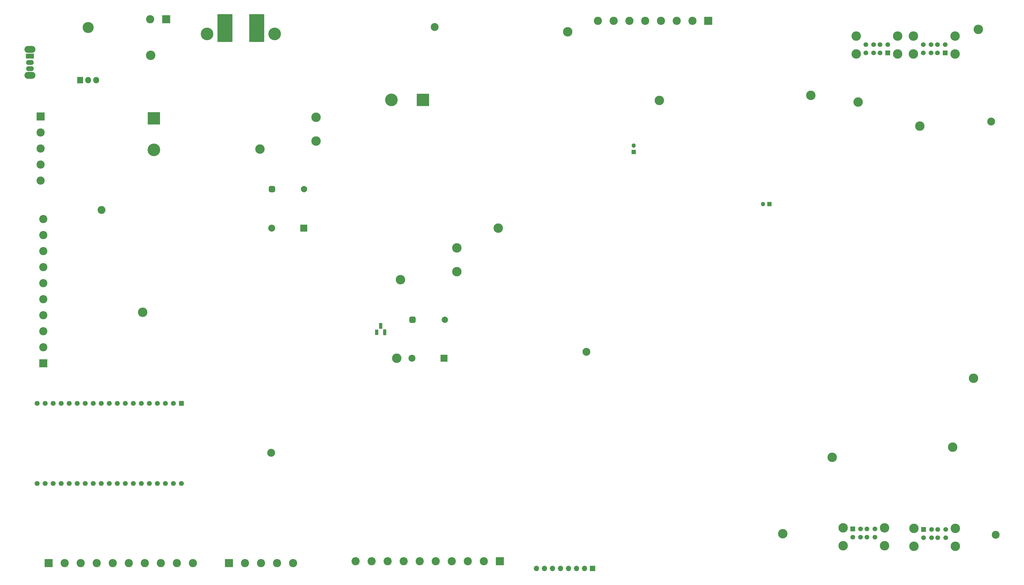
<source format=gbs>
%TF.GenerationSoftware,KiCad,Pcbnew,7.0.1*%
%TF.CreationDate,2023-06-03T21:24:41-06:00*%
%TF.ProjectId,augertapowermanagement,61756765-7274-4617-906f-7765726d616e,rev?*%
%TF.SameCoordinates,Original*%
%TF.FileFunction,Soldermask,Bot*%
%TF.FilePolarity,Negative*%
%FSLAX46Y46*%
G04 Gerber Fmt 4.6, Leading zero omitted, Abs format (unit mm)*
G04 Created by KiCad (PCBNEW 7.0.1) date 2023-06-03 21:24:41*
%MOMM*%
%LPD*%
G01*
G04 APERTURE LIST*
G04 Aperture macros list*
%AMRoundRect*
0 Rectangle with rounded corners*
0 $1 Rounding radius*
0 $2 $3 $4 $5 $6 $7 $8 $9 X,Y pos of 4 corners*
0 Add a 4 corners polygon primitive as box body*
4,1,4,$2,$3,$4,$5,$6,$7,$8,$9,$2,$3,0*
0 Add four circle primitives for the rounded corners*
1,1,$1+$1,$2,$3*
1,1,$1+$1,$4,$5*
1,1,$1+$1,$6,$7*
1,1,$1+$1,$8,$9*
0 Add four rect primitives between the rounded corners*
20,1,$1+$1,$2,$3,$4,$5,0*
20,1,$1+$1,$4,$5,$6,$7,0*
20,1,$1+$1,$6,$7,$8,$9,0*
20,1,$1+$1,$8,$9,$2,$3,0*%
G04 Aperture macros list end*
%ADD10R,1.500000X1.500000*%
%ADD11C,1.500000*%
%ADD12C,3.000000*%
%ADD13R,2.600000X2.600000*%
%ADD14C,2.600000*%
%ADD15C,2.500000*%
%ADD16R,1.700000X1.700000*%
%ADD17O,1.700000X1.700000*%
%ADD18R,4.000000X4.000000*%
%ADD19C,4.000000*%
%ADD20RoundRect,0.500000X-0.500000X0.500000X-0.500000X-0.500000X0.500000X-0.500000X0.500000X0.500000X0*%
%ADD21C,2.000000*%
%ADD22RoundRect,0.150000X-0.150000X0.150000X-0.150000X-0.150000X0.150000X-0.150000X0.150000X0.150000X0*%
%ADD23R,4.800000X4.500000*%
%ADD24C,0.600000*%
%ADD25R,2.200000X2.200000*%
%ADD26O,2.200000X2.200000*%
%ADD27R,1.100000X1.800000*%
%ADD28RoundRect,0.275000X-0.275000X-0.625000X0.275000X-0.625000X0.275000X0.625000X-0.275000X0.625000X0*%
%ADD29R,1.560000X1.560000*%
%ADD30C,1.560000*%
%ADD31R,1.350000X1.350000*%
%ADD32O,1.350000X1.350000*%
%ADD33O,3.500000X2.200000*%
%ADD34O,2.500000X1.500000*%
%ADD35R,2.500000X1.500000*%
%ADD36O,3.500000X3.500000*%
%ADD37R,1.905000X2.000000*%
%ADD38O,1.905000X2.000000*%
G04 APERTURE END LIST*
D10*
%TO.C,J12*%
X323635000Y-55230000D03*
D11*
X321135000Y-55230000D03*
X319135000Y-55230000D03*
X316635000Y-55230000D03*
X323635000Y-52610000D03*
X321135000Y-52610000D03*
X319135000Y-52610000D03*
X316635000Y-52610000D03*
D12*
X326705000Y-55580000D03*
X326705000Y-49900000D03*
X313565000Y-55580000D03*
X313565000Y-49900000D03*
%TD*%
%TO.C,TP9*%
X222125000Y-48550000D03*
%TD*%
D13*
%TO.C,J1*%
X114840000Y-216935000D03*
D14*
X119920000Y-216935000D03*
X125000000Y-216935000D03*
X130080000Y-216935000D03*
X135160000Y-216935000D03*
%TD*%
D15*
%TO.C,H5*%
X356400000Y-77000000D03*
%TD*%
D16*
%TO.C,U2*%
X230075000Y-218625000D03*
D17*
X227535000Y-218625000D03*
X224995000Y-218625000D03*
X222455000Y-218625000D03*
X219915000Y-218625000D03*
X217375000Y-218625000D03*
X214835000Y-218625000D03*
X212295000Y-218625000D03*
%TD*%
D18*
%TO.C,C3*%
X176300000Y-70140000D03*
D19*
X166300000Y-70140000D03*
%TD*%
D12*
%TO.C,K1*%
X124600000Y-85740000D03*
X142400000Y-75600000D03*
X142400000Y-83200000D03*
D20*
X128400000Y-98400000D03*
D21*
X138600000Y-98400000D03*
%TD*%
D12*
%TO.C,TP2*%
X87450000Y-137460000D03*
%TD*%
D15*
%TO.C,H1*%
X74400000Y-105000000D03*
%TD*%
D12*
%TO.C,TP8*%
X251242500Y-70340000D03*
%TD*%
D19*
%TO.C,J4*%
X129305000Y-49192500D03*
X107845000Y-49192500D03*
D22*
X125525000Y-43342500D03*
X123575000Y-43342500D03*
X121625000Y-43342500D03*
D23*
X123575000Y-45142500D03*
D22*
X125525000Y-45342500D03*
X121625000Y-45342500D03*
X125525000Y-47342500D03*
X123575000Y-47342500D03*
X121625000Y-47342500D03*
X125525000Y-49342500D03*
X121625000Y-49342500D03*
D23*
X123575000Y-49542500D03*
D22*
X125525000Y-51342500D03*
X123575000Y-51342500D03*
X121625000Y-51342500D03*
D24*
X115525000Y-43342500D03*
X113575000Y-43342500D03*
X111625000Y-43342500D03*
D23*
X113575000Y-45142500D03*
D24*
X115525000Y-45342500D03*
X111625000Y-45342500D03*
X115525000Y-47342500D03*
X113575000Y-47342500D03*
X111625000Y-47342500D03*
X115525000Y-49342500D03*
X111625000Y-49342500D03*
D23*
X113575000Y-49542500D03*
D24*
X115525000Y-51342500D03*
X113575000Y-51342500D03*
X111625000Y-51342500D03*
%TD*%
D13*
%TO.C,J6*%
X57615000Y-216935000D03*
D14*
X62695000Y-216935000D03*
X67775000Y-216935000D03*
X72855000Y-216935000D03*
X77935000Y-216935000D03*
X83015000Y-216935000D03*
X88095000Y-216935000D03*
X93175000Y-216935000D03*
X98255000Y-216935000D03*
X103335000Y-216935000D03*
%TD*%
D12*
%TO.C,TP3*%
X168000000Y-152000000D03*
%TD*%
%TO.C,TP12*%
X333775000Y-78475000D03*
%TD*%
D25*
%TO.C,D1*%
X138480000Y-110740000D03*
D26*
X128320000Y-110740000D03*
%TD*%
D12*
%TO.C,TP4*%
X314220000Y-70800000D03*
%TD*%
D25*
%TO.C,D2*%
X182930000Y-151990000D03*
D26*
X172770000Y-151990000D03*
%TD*%
D15*
%TO.C,H4*%
X357800000Y-208000000D03*
%TD*%
D27*
%TO.C,Q1*%
X161660000Y-143800000D03*
D28*
X162930000Y-141730000D03*
X164200000Y-143800000D03*
%TD*%
D18*
%TO.C,C1*%
X91000000Y-76000000D03*
D19*
X91000000Y-86000000D03*
%TD*%
D12*
%TO.C,TP7*%
X344200000Y-180200000D03*
%TD*%
D29*
%TO.C,U1*%
X99760000Y-166300000D03*
D30*
X97220000Y-166300000D03*
X94680000Y-166300000D03*
X92140000Y-166300000D03*
X89600000Y-166300000D03*
X87060000Y-166300000D03*
X84520000Y-166300000D03*
X81980000Y-166300000D03*
X79440000Y-166300000D03*
X76900000Y-166300000D03*
X74360000Y-166300000D03*
X71820000Y-166300000D03*
X69280000Y-166300000D03*
X66740000Y-166300000D03*
X64200000Y-166300000D03*
X61660000Y-166300000D03*
X59120000Y-166300000D03*
X56580000Y-166300000D03*
X54040000Y-166300000D03*
X99760000Y-191700000D03*
X97220000Y-191700000D03*
X94680000Y-191700000D03*
X92140000Y-191700000D03*
X89600000Y-191700000D03*
X87060000Y-191700000D03*
X84520000Y-191700000D03*
X81980000Y-191700000D03*
X79440000Y-191700000D03*
X76900000Y-191700000D03*
X74360000Y-191700000D03*
X71820000Y-191700000D03*
X69280000Y-191700000D03*
X66740000Y-191700000D03*
X64200000Y-191700000D03*
X61660000Y-191700000D03*
X59120000Y-191700000D03*
X56580000Y-191700000D03*
X54040000Y-191700000D03*
%TD*%
D13*
%TO.C,J3*%
X55075000Y-75370000D03*
D14*
X55075000Y-80450000D03*
X55075000Y-85530000D03*
X55075000Y-90610000D03*
X55075000Y-95690000D03*
%TD*%
D13*
%TO.C,J5*%
X56000000Y-153640000D03*
D14*
X56000000Y-148560000D03*
X56000000Y-143480000D03*
X56000000Y-138400000D03*
X56000000Y-133320000D03*
X56000000Y-128240000D03*
X56000000Y-123160000D03*
X56000000Y-118080000D03*
X56000000Y-113000000D03*
X56000000Y-107920000D03*
%TD*%
D31*
%TO.C,JP4*%
X286070000Y-103120000D03*
D32*
X284070000Y-103120000D03*
%TD*%
D13*
%TO.C,J2*%
X94900000Y-44575000D03*
D14*
X89820000Y-44575000D03*
%TD*%
D33*
%TO.C,SW1*%
X51725000Y-54150000D03*
X51725000Y-62350000D03*
D34*
X51725000Y-60250000D03*
X51725000Y-58250000D03*
D35*
X51725000Y-56250000D03*
%TD*%
D12*
%TO.C,TP13*%
X352290000Y-47810000D03*
%TD*%
%TO.C,K2*%
X169200000Y-127140000D03*
X187000000Y-117000000D03*
X187000000Y-124600000D03*
D20*
X173000000Y-139800000D03*
D21*
X183200000Y-139800000D03*
%TD*%
D15*
%TO.C,H3*%
X128200000Y-182000000D03*
%TD*%
D12*
%TO.C,TP11*%
X290350000Y-207600000D03*
%TD*%
D10*
%TO.C,J11*%
X341825000Y-55230000D03*
D11*
X339325000Y-55230000D03*
X337325000Y-55230000D03*
X334825000Y-55230000D03*
X341825000Y-52610000D03*
X339325000Y-52610000D03*
X337325000Y-52610000D03*
X334825000Y-52610000D03*
D12*
X344895000Y-55580000D03*
X344895000Y-49900000D03*
X331755000Y-55580000D03*
X331755000Y-49900000D03*
%TD*%
%TO.C,TP10*%
X200140000Y-110740000D03*
%TD*%
D15*
%TO.C,H6*%
X228080000Y-150000000D03*
%TD*%
D10*
%TO.C,J9*%
X312500000Y-206120000D03*
D11*
X315000000Y-206120000D03*
X317000000Y-206120000D03*
X319500000Y-206120000D03*
X312500000Y-208740000D03*
X315000000Y-208740000D03*
X317000000Y-208740000D03*
X319500000Y-208740000D03*
D12*
X309430000Y-205770000D03*
X309430000Y-211450000D03*
X322570000Y-205770000D03*
X322570000Y-211450000D03*
%TD*%
%TO.C,TP14*%
X306000000Y-183400000D03*
%TD*%
%TO.C,TP5*%
X350800000Y-158400000D03*
%TD*%
%TO.C,TP1*%
X90000000Y-56000000D03*
%TD*%
D36*
%TO.C,U25*%
X70190000Y-47200000D03*
D37*
X67650000Y-63860000D03*
D38*
X70190000Y-63860000D03*
X72730000Y-63860000D03*
%TD*%
D10*
%TO.C,J10*%
X334950000Y-206305000D03*
D11*
X337450000Y-206305000D03*
X339450000Y-206305000D03*
X341950000Y-206305000D03*
X334950000Y-208925000D03*
X337450000Y-208925000D03*
X339450000Y-208925000D03*
X341950000Y-208925000D03*
D12*
X331880000Y-205955000D03*
X331880000Y-211635000D03*
X345020000Y-205955000D03*
X345020000Y-211635000D03*
%TD*%
D15*
%TO.C,H2*%
X180000000Y-47000000D03*
%TD*%
D13*
%TO.C,J8*%
X266702500Y-45060000D03*
D14*
X261702500Y-45060000D03*
X256702500Y-45060000D03*
X251702500Y-45060000D03*
X246702500Y-45060000D03*
X241702500Y-45060000D03*
X236702500Y-45060000D03*
X231702500Y-45060000D03*
%TD*%
D12*
%TO.C,TP6*%
X299170000Y-68670000D03*
%TD*%
D13*
%TO.C,J7*%
X200680000Y-216325000D03*
D14*
X195600000Y-216325000D03*
X190520000Y-216325000D03*
X185440000Y-216325000D03*
X180360000Y-216325000D03*
X175280000Y-216325000D03*
X170200000Y-216325000D03*
X165120000Y-216325000D03*
X160040000Y-216325000D03*
X154960000Y-216325000D03*
%TD*%
D31*
%TO.C,JP3*%
X243090000Y-86640000D03*
D32*
X243090000Y-84640000D03*
%TD*%
M02*

</source>
